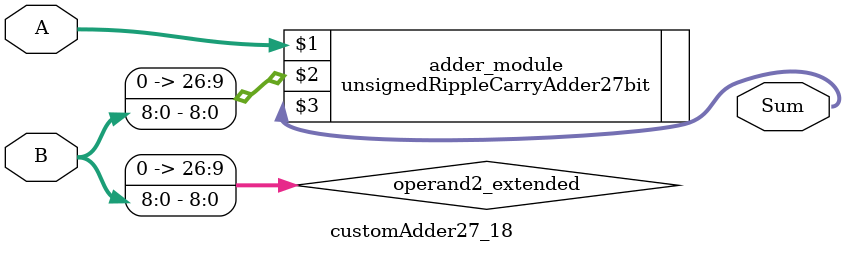
<source format=v>

module customAdder27_18(
                    input [26 : 0] A,
                    input [8 : 0] B,
                    
                    output [27 : 0] Sum
            );

    wire [26 : 0] operand2_extended;
    
    assign operand2_extended =  {18'b0, B};
    
    unsignedRippleCarryAdder27bit adder_module(
        A,
        operand2_extended,
        Sum
    );
    
endmodule
        
</source>
